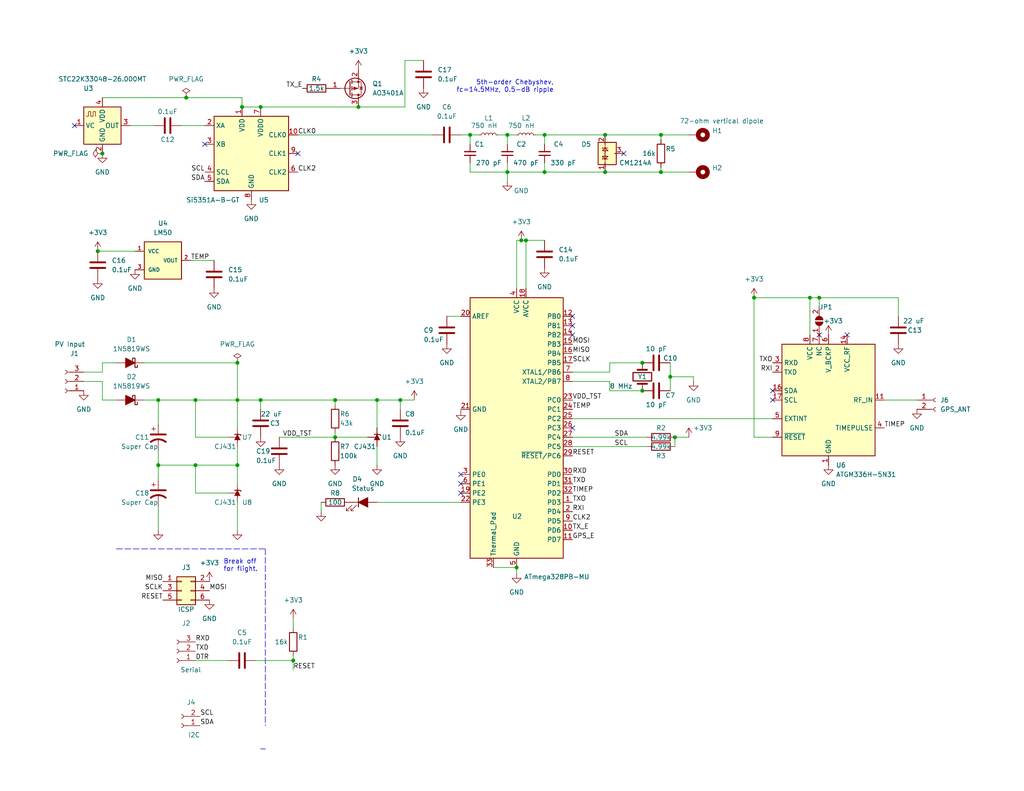
<source format=kicad_sch>
(kicad_sch (version 20211123) (generator eeschema)
  (paper "USLetter")
  (title_block (title "Balloon Beacon") (date "2022-01-03") (rev "0.1") (company "Walla Walla University") (comment 1 "After K1FM and ZachTek WSPR-TX Pico") (comment 2 "Use GemeniWSPR") (comment 3 "https://github.com/adecarolis/GeminiWspr/tree/master/board_config_files"))
  (lib_symbols
    (symbol "Connector:Conn_01x02_Female" (pin_names (offset 1.016) hide)
      (property "Reference" "J" (at 0 2.54 0))
      (property "Value" "Conn_01x02_Female" (at 0 -5.08 0))
      (symbol "Conn_01x02_Female_1_1"
        (pin passive line (at -5.08 0 0) (length 3.81) (name "Pin_1") (number "1"))
        (pin passive line (at -5.08 -2.54 0) (length 3.81) (name "Pin_2") (number "2"))
      )
    )
    (symbol "Connector:Conn_01x03_Female" (pin_names (offset 1.016) hide)
      (property "Reference" "J" (at 0 5.08 0))
      (property "Value" "Conn_01x03_Female" (at 0 -5.08 0))
      (symbol "Conn_01x03_Female_1_1"
        (pin passive line (at -5.08 2.54 0) (length 3.81) (name "Pin_1") (number "1"))
        (pin passive line (at -5.08 0 0) (length 3.81) (name "Pin_2") (number "2"))
        (pin passive line (at -5.08 -2.54 0) (length 3.81) (name "Pin_3") (number "3"))
      )
    )
    (symbol "Connector_Generic:Conn_02x03_Odd_Even" (pin_names (offset 1.016) hide)
      (property "Reference" "J" (at 1.27 5.08 0))
      (property "Value" "Conn_02x03_Odd_Even" (at 1.27 -5.08 0))
      (symbol "Conn_02x03_Odd_Even_1_1"
        (pin passive line (at -5.08 2.54 0) (length 3.81) (name "Pin_1") (number "1"))
        (pin passive line (at 7.62 2.54 180) (length 3.81) (name "Pin_2") (number "2"))
        (pin passive line (at -5.08 0 0) (length 3.81) (name "Pin_3") (number "3"))
        (pin passive line (at 7.62 0 180) (length 3.81) (name "Pin_4") (number "4"))
        (pin passive line (at -5.08 -2.54 0) (length 3.81) (name "Pin_5") (number "5"))
        (pin passive line (at 7.62 -2.54 180) (length 3.81) (name "Pin_6") (number "6"))
      )
    )
    (symbol "Device:C" (pin_numbers hide) (pin_names (offset 0.254))
      (property "Reference" "C" (at 0.635 2.54 0))
      (property "Value" "C" (at 0.635 -2.54 0))
      (symbol "C_1_1"
        (pin passive line (at 0 3.81 270) (length 2.794) (name "~") (number "1"))
        (pin passive line (at 0 -3.81 90) (length 2.794) (name "~") (number "2"))
      )
    )
    (symbol "Device:C_Polarized_US" (pin_numbers hide) (pin_names (offset 0.254) hide)
      (property "Reference" "C" (at 0.635 2.54 0))
      (property "Value" "C_Polarized_US" (at 0.635 -2.54 0))
      (symbol "C_Polarized_US_1_1"
        (pin passive line (at 0 3.81 270) (length 2.794) (name "~") (number "1"))
        (pin passive line (at 0 -3.81 90) (length 3.302) (name "~") (number "2"))
      )
    )
    (symbol "Device:C_Small" (pin_numbers hide) (pin_names (offset 0.254) hide)
      (property "Reference" "C" (at 0.254 1.778 0))
      (property "Value" "C_Small" (at 0.254 -2.032 0))
      (symbol "C_Small_1_1"
        (pin passive line (at 0 2.54 270) (length 2.032) (name "~") (number "1"))
        (pin passive line (at 0 -2.54 90) (length 2.032) (name "~") (number "2"))
      )
    )
    (symbol "Device:Crystal" (pin_numbers hide) (pin_names (offset 1.016) hide)
      (property "Reference" "Y" (at 0 3.81 0))
      (property "Value" "Crystal" (at 0 -3.81 0))
      (symbol "Crystal_1_1"
        (pin passive line (at -3.81 0 0) (length 1.27) (name "1") (number "1"))
        (pin passive line (at 3.81 0 180) (length 1.27) (name "2") (number "2"))
      )
    )
    (symbol "Device:D_Schottky_Filled" (pin_numbers hide) (pin_names (offset 1.016) hide)
      (property "Reference" "D" (at 0 2.54 0))
      (property "Value" "D_Schottky_Filled" (at 0 -2.54 0))
      (symbol "D_Schottky_Filled_1_1"
        (pin passive line (at -3.81 0 0) (length 2.54) (name "K") (number "1"))
        (pin passive line (at 3.81 0 180) (length 2.54) (name "A") (number "2"))
      )
    )
    (symbol "Device:LED_Filled" (pin_numbers hide) (pin_names (offset 1.016) hide)
      (property "Reference" "D" (at 0 2.54 0))
      (property "Value" "LED_Filled" (at 0 -2.54 0))
      (symbol "LED_Filled_1_1"
        (pin passive line (at -3.81 0 0) (length 2.54) (name "K") (number "1"))
        (pin passive line (at 3.81 0 180) (length 2.54) (name "A") (number "2"))
      )
    )
    (symbol "Device:L_Small" (pin_numbers hide) (pin_names (offset 0.254) hide)
      (property "Reference" "L" (at 0.762 1.016 0))
      (property "Value" "L_Small" (at 0.762 -1.016 0))
      (symbol "L_Small_1_1"
        (pin passive line (at 0 2.54 270) (length 0.508) (name "~") (number "1"))
        (pin passive line (at 0 -2.54 90) (length 0.508) (name "~") (number "2"))
      )
    )
    (symbol "Device:Q_PMOS_GSD" (pin_names (offset 0) hide)
      (property "Reference" "Q" (at 5.08 1.27 0))
      (property "Value" "Q_PMOS_GSD" (at 5.08 -1.27 0))
      (symbol "Q_PMOS_GSD_1_1"
        (pin input line (at -5.08 0 0) (length 2.54) (name "G") (number "1"))
        (pin passive line (at 2.54 -5.08 90) (length 2.54) (name "S") (number "2"))
        (pin passive line (at 2.54 5.08 270) (length 2.54) (name "D") (number "3"))
      )
    )
    (symbol "Device:R" (pin_numbers hide) (pin_names (offset 0))
      (property "Reference" "R" (at 2.032 0 90))
      (property "Value" "R" (at 0 0 90))
      (symbol "R_1_1"
        (pin passive line (at 0 3.81 270) (length 1.27) (name "~") (number "1"))
        (pin passive line (at 0 -3.81 90) (length 1.27) (name "~") (number "2"))
      )
    )
    (symbol "Jumper:SolderJumper_2_Open" (pin_names (offset 0) hide)
      (property "Reference" "JP" (at 0 2.032 0))
      (property "Value" "SolderJumper_2_Open" (at 0 -2.54 0))
      (symbol "SolderJumper_2_Open_1_1"
        (pin passive line (at -3.81 0 0) (length 2.54) (name "A") (number "1"))
        (pin passive line (at 3.81 0 180) (length 2.54) (name "B") (number "2"))
      )
    )
    (symbol "MCU_Microchip_ATmega:ATmega328PB-A"
      (property "Reference" "U2" (at 2.0194 -38.1 0))
      (property "Value" "ATmega328PB-MU" (at 2.0194 -40.64 0))
      (symbol "ATmega328PB-A_1_1"
        (pin bidirectional line (at 15.24 -20.32 180) (length 2.54) (name "PD3") (number "1"))
        (pin bidirectional line (at 15.24 -27.94 180) (length 2.54) (name "PD6") (number "10"))
        (pin bidirectional line (at 15.24 -30.48 180) (length 2.54) (name "PD7") (number "11"))
        (pin bidirectional line (at 15.24 30.48 180) (length 2.54) (name "PB0") (number "12"))
        (pin bidirectional line (at 15.24 27.94 180) (length 2.54) (name "PB1") (number "13"))
        (pin bidirectional line (at 15.24 25.4 180) (length 2.54) (name "PB2") (number "14"))
        (pin bidirectional line (at 15.24 22.86 180) (length 2.54) (name "PB3") (number "15"))
        (pin bidirectional line (at 15.24 20.32 180) (length 2.54) (name "PB4") (number "16"))
        (pin bidirectional line (at 15.24 17.78 180) (length 2.54) (name "PB5") (number "17"))
        (pin power_in line (at 2.54 38.1 270) (length 2.54) (name "AVCC") (number "18"))
        (pin bidirectional line (at -15.24 -17.78 0) (length 2.54) (name "PE2") (number "19"))
        (pin bidirectional line (at 15.24 -22.86 180) (length 2.54) (name "PD4") (number "2"))
        (pin passive line (at -15.24 30.48 0) (length 2.54) (name "AREF") (number "20"))
        (pin input line (at -15.24 5.08 0) (length 2.54) (name "GND") (number "21"))
        (pin passive line (at 0 -38.1 90) (length 2.54) hide (name "GND") (number "21"))
        (pin bidirectional line (at -15.24 -20.32 0) (length 2.54) (name "PE3") (number "22"))
        (pin bidirectional line (at 15.24 7.62 180) (length 2.54) (name "PC0") (number "23"))
        (pin bidirectional line (at 15.24 5.08 180) (length 2.54) (name "PC1") (number "24"))
        (pin bidirectional line (at 15.24 2.54 180) (length 2.54) (name "PC2") (number "25"))
        (pin bidirectional line (at 15.24 0 180) (length 2.54) (name "PC3") (number "26"))
        (pin bidirectional line (at 15.24 -2.54 180) (length 2.54) (name "PC4") (number "27"))
        (pin bidirectional line (at 15.24 -5.08 180) (length 2.54) (name "PC5") (number "28"))
        (pin bidirectional line (at 15.24 -7.62 180) (length 2.54) (name "~{RESET}/PC6") (number "29"))
        (pin bidirectional line (at -15.24 -12.7 0) (length 2.54) (name "PE0") (number "3"))
        (pin bidirectional line (at 15.24 -12.7 180) (length 2.54) (name "PD0") (number "30"))
        (pin bidirectional line (at 15.24 -15.24 180) (length 2.54) (name "PD1") (number "31"))
        (pin bidirectional line (at 15.24 -17.78 180) (length 2.54) (name "PD2") (number "32"))
        (pin passive line (at -6.35 -38.1 90) (length 2.54) (name "Thermal_Pad") (number "33"))
        (pin power_in line (at 0 38.1 270) (length 2.54) (name "VCC") (number "4"))
        (pin power_in line (at 0 -38.1 90) (length 2.54) (name "GND") (number "5"))
        (pin bidirectional line (at -15.24 -15.24 0) (length 2.54) (name "PE1") (number "6"))
        (pin bidirectional line (at 15.24 15.24 180) (length 2.54) (name "XTAL1/PB6") (number "7"))
        (pin bidirectional line (at 15.24 12.7 180) (length 2.54) (name "XTAL2/PB7") (number "8"))
        (pin bidirectional line (at 15.24 -25.4 180) (length 2.54) (name "PD5") (number "9"))
      )
    )
    (symbol "Mechanical:MountingHole_Pad" (pin_numbers hide) (pin_names hide)
      (property "Reference" "H" (at 0 6.35 0))
      (property "Value" "MountingHole_Pad" (at 0 4.445 0))
      (symbol "MountingHole_Pad_1_1"
        (pin input line (at 0 -2.54 90) (length 2.54) (name "1") (number "1"))
      )
    )
    (symbol "Oscillator:FT5HV"
      (property "Reference" "U" (at 5.08 11.43 0))
      (property "Value" "FT5HV" (at 6.35 8.89 0))
      (symbol "FT5HV_1_1"
        (pin input line (at -7.62 0 0) (length 2.54) (name "VC") (number "1"))
        (pin power_in line (at 0 -7.62 90) (length 2.54) (name "GND") (number "2"))
        (pin output line (at 7.62 0 180) (length 2.54) (name "OUT") (number "3"))
        (pin power_in line (at 0 7.62 270) (length 2.54) (name "VDD") (number "4"))
      )
    )
    (symbol "Oscillator:Si5351A-B-GT"
      (property "Reference" "U" (at -8.89 11.43 0))
      (property "Value" "Si5351A-B-GT" (at -12.7 -12.7 0))
      (symbol "Si5351A-B-GT_1_1"
        (pin power_in line (at -2.54 12.7 270) (length 2.54) (name "VDD") (number "1"))
        (pin output line (at 12.7 5.08 180) (length 2.54) (name "CLK0") (number "10"))
        (pin input line (at -12.7 7.62 0) (length 2.54) (name "XA") (number "2"))
        (pin input line (at -12.7 2.54 0) (length 2.54) (name "XB") (number "3"))
        (pin input line (at -12.7 -5.08 0) (length 2.54) (name "SCL") (number "4"))
        (pin bidirectional line (at -12.7 -7.62 0) (length 2.54) (name "SDA") (number "5"))
        (pin output line (at 12.7 -5.08 180) (length 2.54) (name "CLK2") (number "6"))
        (pin power_in line (at 2.54 12.7 270) (length 2.54) (name "VDDO") (number "7"))
        (pin power_in line (at 0 -12.7 90) (length 2.54) (name "GND") (number "8"))
        (pin output line (at 12.7 0 180) (length 2.54) (name "CLK1") (number "9"))
      )
    )
    (symbol "Power_Protection:CM1213A-01SO" (pin_names hide)
      (property "Reference" "D?" (at -3.81 0.9526 90))
      (property "Value" "CM1214A" (at -3.81 -1.5874 90))
      (symbol "CM1213A-01SO_1_1"
        (pin passive line (at -5.08 0 0) (length 2.54) (name "VP") (number "1"))
        (pin passive line (at 5.08 0 180) (length 2.54) (name "VN") (number "2"))
        (pin passive line (at 0 -5.08 90) (length 2.54) (name "CH1") (number "3"))
      )
    )
    (symbol "Reference_Voltage:TL431DBZ" (pin_numbers hide) (pin_names hide)
      (property "Reference" "U" (at -2.54 2.54 0))
      (property "Value" "TL431DBZ" (at 0 -2.54 0))
      (symbol "TL431DBZ_1_1"
        (pin passive line (at 2.54 0 180) (length 2.54) (name "K") (number "1"))
        (pin passive line (at 0 2.54 270) (length 2.54) (name "REF") (number "2"))
        (pin passive line (at -2.54 0 0) (length 2.54) (name "A") (number "3"))
      )
    )
    (symbol "TMP36:TMP36" (pin_names (offset 1.016))
      (property "Reference" "U" (at -5.08 5.588 0))
      (property "Value" "TMP36" (at -5.08 -7.366 0))
      (symbol "TMP36_0_0"
        (pin bidirectional line (at -7.62 2.54 0) (length 2.54) (name "VCC") (number "1"))
        (pin bidirectional line (at 7.62 0 180) (length 2.54) (name "VOUT") (number "2"))
        (pin bidirectional line (at -7.62 -2.54 0) (length 2.54) (name "GND") (number "3"))
      )
    )
    (symbol "atgm336h-5n31:ATGM336H-5N31"
      (property "Reference" "U6" (at 2.0194 -17.78 0))
      (property "Value" "ATGM336H-5N31" (at 2.0194 -20.32 0))
      (symbol "ATGM336H-5N31_1_1"
        (pin power_in line (at 0 -17.78 90) (length 2.54) (name "GND") (number "1"))
        (pin passive line (at 0 -17.78 90) (length 2.54) hide (name "GND") (number "10"))
        (pin input line (at 15.24 0 180) (length 2.54) (name "RF_IN") (number "11"))
        (pin passive line (at 0 -17.78 90) (length 2.54) hide (name "GND") (number "12"))
        (pin no_connect line (at 15.24 5.08 180) (length 2.54) hide (name "NC") (number "13"))
        (pin power_out line (at 5.08 17.78 270) (length 2.54) (name "VCC_RF") (number "14"))
        (pin no_connect line (at 12.7 -5.08 180) (length 2.54) hide (name "Reserved") (number "15"))
        (pin bidirectional line (at -15.24 2.54 0) (length 2.54) (name "SDA") (number "16"))
        (pin input line (at -15.24 0 0) (length 2.54) (name "SCL") (number "17"))
        (pin no_connect line (at -15.24 -7.62 0) (length 2.54) hide (name "Reserved") (number "18"))
        (pin output line (at -15.24 7.62 0) (length 2.54) (name "TXD") (number "2"))
        (pin input line (at -15.24 10.16 0) (length 2.54) (name "RXD") (number "3"))
        (pin output line (at 15.24 -7.62 180) (length 2.54) (name "TIMEPULSE") (number "4"))
        (pin input line (at -15.24 -5.08 0) (length 2.54) (name "EXTINT") (number "5"))
        (pin power_in line (at 0 17.78 270) (length 2.54) (name "V_BCKP") (number "6"))
        (pin no_connect line (at -2.54 17.78 270) (length 2.54) (name "NC") (number "7"))
        (pin power_in line (at -5.08 17.78 270) (length 2.54) (name "VCC") (number "8"))
        (pin input line (at -15.24 -10.16 0) (length 2.54) (name "~{RESET}") (number "9"))
      )
    )
    (symbol "power:+3.3V" (power) (pin_names (offset 0))
      (property "Value" "+3.3V" (at 0 3.556 0))
      (symbol "+3.3V_1_1"
        (pin power_in line (at 0 0 90) (length 0) hide (name "+3V3") (number "1"))
      )
    )
    (symbol "power:GND" (power) (pin_names (offset 0))
      (property "Value" "GND" (at 0 -3.81 0))
      (symbol "GND_1_1"
        (pin power_in line (at 0 0 270) (length 0) hide (name "GND") (number "1"))
      )
    )
    (symbol "power:PWR_FLAG" (power) (pin_numbers hide) (pin_names (offset 0) hide)
      (property "Value" "PWR_FLAG" (at 0 3.81 0))
      (symbol "PWR_FLAG_0_0"
        (pin power_out line (at 0 0 90) (length 0) (name "pwr") (number "1"))
      )
    )
  )
  (junction (at 109.22 109.22))
  (junction (at 64.77 127))
  (junction (at 180.34 46.99))
  (junction (at 43.18 109.22))
  (junction (at 71.12 29.21))
  (junction (at 91.44 109.22))
  (junction (at 175.26 106.68))
  (junction (at 128.27 36.83))
  (junction (at 143.51 65.6277))
  (junction (at 43.18 127))
  (junction (at 64.77 109.22))
  (junction (at 50.8 26.67))
  (junction (at 205.74 81.28))
  (junction (at 182.88 102.87))
  (junction (at 71.12 109.22))
  (junction (at 66.04 29.21))
  (junction (at 165.1 36.83))
  (junction (at 142.24 65.6277))
  (junction (at 53.34 109.22))
  (junction (at 26.67 68.58))
  (junction (at 148.59 46.99))
  (junction (at 64.77 99.06))
  (junction (at 223.52 81.28))
  (junction (at 80.01 180.34))
  (junction (at 27.94 41.91))
  (junction (at 138.43 46.99))
  (junction (at 184.15 119.38))
  (junction (at 102.87 109.22))
  (junction (at 180.34 36.83))
  (junction (at 138.43 36.83))
  (junction (at 91.44 119.38))
  (junction (at 53.34 127))
  (junction (at 97.79 29.21))
  (junction (at 220.98 81.28))
  (junction (at 175.26 99.06))
  (junction (at 148.59 36.83))
  (junction (at 165.1 46.99))
  (junction (at 140.97 154.94))
  (no_connect (at 231.14 91.44))
  (no_connect (at 81.28 41.91))
  (no_connect (at 55.88 39.37))
  (no_connect (at 223.52 91.44))
  (no_connect (at 170.18 41.91))
  (no_connect (at 20.32 34.29))
  (no_connect (at 125.73 129.54))
  (no_connect (at 125.73 132.08))
  (no_connect (at 210.82 106.68))
  (no_connect (at 210.82 109.22))
  (no_connect (at 156.21 86.36))
  (no_connect (at 156.21 88.9))
  (no_connect (at 156.21 91.44))
  (no_connect (at 156.21 116.84))
  (no_connect (at 125.73 134.62))
  (wire (pts (xy 66.04 29.21) (xy 71.12 29.21)))
  (wire (pts (xy 109.22 111.76) (xy 109.22 109.22)))
  (wire (pts (xy 53.34 119.38) (xy 62.23 119.38)))
  (wire (pts (xy 53.34 109.22) (xy 53.34 119.38)))
  (wire (pts (xy 26.67 68.58) (xy 36.83 68.58)))
  (wire (pts (xy 245.11 81.28) (xy 245.11 86.36)))
  (wire (pts (xy 189.23 104.14) (xy 189.23 102.87)))
  (wire (pts (xy 143.51 65.6277) (xy 143.51 78.74)))
  (polyline (pts (xy 31.75 149.86) (xy 72.39 149.86)))
  (wire (pts (xy 166.37 101.6) (xy 156.21 101.6)))
  (wire (pts (xy 220.98 81.28) (xy 223.52 81.28)))
  (wire (pts (xy 241.3 109.22) (xy 250.19 109.22)))
  (wire (pts (xy 128.27 44.45) (xy 128.27 46.99)))
  (wire (pts (xy 189.23 102.87) (xy 182.88 102.87)))
  (wire (pts (xy 64.77 121.92) (xy 64.77 127)))
  (wire (pts (xy 138.43 46.99) (xy 148.59 46.99)))
  (wire (pts (xy 64.77 109.22) (xy 71.12 109.22)))
  (wire (pts (xy 220.98 91.44) (xy 220.98 81.28)))
  (wire (pts (xy 53.34 127) (xy 64.77 127)))
  (wire (pts (xy 71.12 29.21) (xy 97.79 29.21)))
  (wire (pts (xy 156.21 114.3) (xy 210.82 114.3)))
  (wire (pts (xy 148.59 44.45) (xy 148.59 46.99)))
  (wire (pts (xy 49.53 34.29) (xy 55.88 34.29)))
  (wire (pts (xy 91.44 109.22) (xy 91.44 110.49)))
  (wire (pts (xy 138.43 44.45) (xy 138.43 46.99)))
  (wire (pts (xy 180.34 45.72) (xy 180.34 46.99)))
  (wire (pts (xy 146.05 36.83) (xy 148.59 36.83)))
  (wire (pts (xy 43.18 144.78) (xy 43.18 138.43)))
  (wire (pts (xy 69.85 180.34) (xy 80.01 180.34)))
  (wire (pts (xy 134.62 154.94) (xy 140.97 154.94)))
  (wire (pts (xy 91.44 109.22) (xy 102.87 109.22)))
  (wire (pts (xy 52.07 71.12) (xy 58.42 71.12)))
  (wire (pts (xy 62.23 134.62) (xy 53.34 134.62)))
  (wire (pts (xy 66.04 26.67) (xy 66.04 29.21)))
  (wire (pts (xy 64.77 109.22) (xy 64.77 116.84)))
  (wire (pts (xy 91.44 118.11) (xy 91.44 119.38)))
  (wire (pts (xy 64.77 99.06) (xy 64.77 109.22)))
  (wire (pts (xy 53.34 134.62) (xy 53.34 127)))
  (wire (pts (xy 223.52 81.28) (xy 223.52 83.82)))
  (wire (pts (xy 180.34 36.83) (xy 187.96 36.83)))
  (wire (pts (xy 22.86 104.14) (xy 27.94 104.14)))
  (wire (pts (xy 166.37 99.06) (xy 166.37 101.6)))
  (wire (pts (xy 148.59 36.83) (xy 148.59 39.37)))
  (wire (pts (xy 223.52 81.28) (xy 245.11 81.28)))
  (wire (pts (xy 53.34 109.22) (xy 64.77 109.22)))
  (wire (pts (xy 175.26 99.06) (xy 166.37 99.06)))
  (wire (pts (xy 102.87 109.22) (xy 102.87 116.84)))
  (wire (pts (xy 43.18 127) (xy 53.34 127)))
  (wire (pts (xy 39.37 99.06) (xy 64.77 99.06)))
  (wire (pts (xy 165.1 36.83) (xy 180.34 36.83)))
  (wire (pts (xy 180.34 46.99) (xy 187.96 46.99)))
  (wire (pts (xy 128.27 36.83) (xy 128.27 39.37)))
  (wire (pts (xy 143.51 65.6277) (xy 148.59 65.6277)))
  (wire (pts (xy 71.12 111.76) (xy 71.12 109.22)))
  (wire (pts (xy 102.87 137.16) (xy 125.73 137.16)))
  (wire (pts (xy 128.27 46.99) (xy 138.43 46.99)))
  (wire (pts (xy 43.18 127) (xy 43.18 130.81)))
  (wire (pts (xy 140.97 65.6277) (xy 142.24 65.6277)))
  (wire (pts (xy 53.34 180.34) (xy 62.23 180.34)))
  (wire (pts (xy 109.22 109.22) (xy 113.03 109.22)))
  (wire (pts (xy 166.37 106.68) (xy 175.26 106.68)))
  (wire (pts (xy 80.01 168.91) (xy 80.01 171.45)))
  (wire (pts (xy 64.77 127) (xy 64.77 132.08)))
  (wire (pts (xy 110.49 29.21) (xy 97.79 29.21)))
  (polyline (pts (xy 71.12 204.47) (xy 72.39 204.47)))
  (wire (pts (xy 205.74 119.38) (xy 205.74 81.28)))
  (wire (pts (xy 27.94 101.6) (xy 27.94 99.06)))
  (wire (pts (xy 102.87 109.22) (xy 109.22 109.22)))
  (wire (pts (xy 125.73 36.83) (xy 128.27 36.83)))
  (wire (pts (xy 87.63 137.16) (xy 87.63 139.7)))
  (wire (pts (xy 121.92 86.36) (xy 125.73 86.36)))
  (wire (pts (xy 76.2 119.38) (xy 91.44 119.38)))
  (wire (pts (xy 27.94 109.22) (xy 31.75 109.22)))
  (wire (pts (xy 156.21 119.38) (xy 176.53 119.38)))
  (wire (pts (xy 102.87 121.92) (xy 102.87 127)))
  (wire (pts (xy 22.86 101.6) (xy 27.94 101.6)))
  (wire (pts (xy 71.12 109.22) (xy 91.44 109.22)))
  (wire (pts (xy 27.94 26.67) (xy 50.8 26.67)))
  (wire (pts (xy 140.97 156.6223) (xy 140.97 154.94)))
  (wire (pts (xy 138.43 36.83) (xy 138.43 39.37)))
  (wire (pts (xy 43.18 109.22) (xy 53.34 109.22)))
  (wire (pts (xy 35.56 34.29) (xy 41.91 34.29)))
  (wire (pts (xy 138.43 36.83) (xy 140.97 36.83)))
  (wire (pts (xy 148.59 46.99) (xy 165.1 46.99)))
  (wire (pts (xy 125.73 111.76) (xy 125.73 112.1723)))
  (wire (pts (xy 180.34 36.83) (xy 180.34 38.1)))
  (wire (pts (xy 27.94 104.14) (xy 27.94 109.22)))
  (wire (pts (xy 182.88 99.06) (xy 182.88 102.87)))
  (wire (pts (xy 210.82 119.38) (xy 205.74 119.38)))
  (wire (pts (xy 64.77 137.16) (xy 64.77 144.78)))
  (wire (pts (xy 27.94 99.06) (xy 31.75 99.06)))
  (polyline (pts (xy 72.39 149.86) (xy 72.39 198.12)))
  (wire (pts (xy 91.44 119.38) (xy 100.33 119.38)))
  (wire (pts (xy 115.57 16.51) (xy 110.49 16.51)))
  (wire (pts (xy 135.89 36.83) (xy 138.43 36.83)))
  (wire (pts (xy 205.74 81.28) (xy 220.98 81.28)))
  (wire (pts (xy 50.8 26.67) (xy 66.04 26.67)))
  (wire (pts (xy 156.21 121.92) (xy 176.53 121.92)))
  (wire (pts (xy 43.18 123.19) (xy 43.18 127)))
  (wire (pts (xy 184.15 119.38) (xy 184.15 121.92)))
  (wire (pts (xy 156.21 104.14) (xy 166.37 104.14)))
  (wire (pts (xy 148.59 36.83) (xy 165.1 36.83)))
  (wire (pts (xy 80.01 179.07) (xy 80.01 180.34)))
  (wire (pts (xy 165.1 46.99) (xy 180.34 46.99)))
  (wire (pts (xy 110.49 16.51) (xy 110.49 29.21)))
  (wire (pts (xy 138.43 46.99) (xy 138.43 49.53)))
  (wire (pts (xy 140.97 65.6277) (xy 140.97 78.74)))
  (wire (pts (xy 43.18 115.57) (xy 43.18 109.22)))
  (wire (pts (xy 128.27 36.83) (xy 130.81 36.83)))
  (wire (pts (xy 80.01 180.34) (xy 80.01 182.88)))
  (wire (pts (xy 142.24 65.6277) (xy 143.51 65.6277)))
  (wire (pts (xy 184.15 119.38) (xy 187.96 119.38)))
  (wire (pts (xy 81.28 36.83) (xy 118.11 36.83)))
  (wire (pts (xy 39.37 109.22) (xy 43.18 109.22)))
  (wire (pts (xy 166.37 104.14) (xy 166.37 106.68)))
  (wire (pts (xy 182.88 102.87) (xy 182.88 106.68)))
  (text "Break off \nfor flight." (at 60.96 156.21 0) (effects (font (size 1.27 1.27)) (justify left bottom)))
  (text "5th-order Chebyshev,\nfc=14.5MHz, 0.5-dB ripple" (at 151.13 25.4 180) (effects (font (size 1.27 1.27)) (justify right bottom)))
  (label "SCL" (at 167.64 121.92 0))
  (label "SDA" (at 54.61 198.12 0))
  (label "RESET" (at 44.45 163.83 180))
  (label "CLK2" (at 81.28 46.99 0))
  (label "TXD" (at 53.34 177.8 0))
  (label "CLK2" (at 156.21 142.24 0))
  (label "RESET" (at 156.21 124.46 0))
  (label "SDA" (at 55.88 49.53 180))
  (label "SCLK" (at 156.21 99.06 0))
  (label "VDD_TST" (at 156.21 109.22 0))
  (label "TIMEP" (at 156.21 134.62 0))
  (label "TXD" (at 156.21 132.08 0))
  (label "MOSI" (at 156.21 93.98 0))
  (label "MISO" (at 44.45 158.75 180))
  (label "SCL" (at 54.61 195.58 0))
  (label "SCLK" (at 44.45 161.29 180))
  (label "TEMP" (at 156.21 111.76 0))
  (label "TEMP" (at 52.07 71.12 0))
  (label "RXI" (at 156.21 139.7 0))
  (label "SDA" (at 167.64 119.38 0))
  (label "GPS_E" (at 156.21 147.32 0))
  (label "CLK0" (at 81.28 36.83 0))
  (label "TX_E" (at 82.55 24.13 180))
  (label "MOSI" (at 57.15 161.29 0))
  (label "RXD" (at 53.34 175.26 0))
  (label "TX_E" (at 156.21 144.78 0))
  (label "SCL" (at 55.88 46.99 180))
  (label "DTR" (at 53.34 180.34 0))
  (label "VDD_TST" (at 85.09 119.38 180))
  (label "TIMEP" (at 241.3 116.84 0))
  (label "RXD" (at 156.21 129.54 0))
  (label "RXI" (at 210.82 101.6 180))
  (label "RESET" (at 80.01 182.88 0))
  (label "TXO" (at 210.82 99.06 180))
  (label "TXO" (at 156.21 137.16 0))
  (label "MISO" (at 156.21 96.52 0))
  (symbol (lib_id "Reference_Voltage:TL431DBZ") (at 102.87 119.38 90) (unit 1)
    (property "Reference" "U1" (at 104.14 119.38 90) (effects (justify right)))
    (property "Value" "CJ431" (at 96.52 121.92 90) (effects (justify right)))
    (property "Footprint" "Package_TO_SOT_SMD:SOT-23" (effects hide))
    (property "Datasheet" "https://datasheet.lcsc.com/lcsc/1809140322_Changjiang-Electronics-Tech--CJ-CJ431--_C3113.pdf" (effects hide))
    (property "JLCPCB" "C3113" (effects hide))
  )
  (symbol (lib_id "Device:R") (at 180.34 119.38 90) (unit 1)
    (property "Reference" "R2" (at 180.34 116.84 90))
    (property "Value" "4.99k" (at 180.34 119.38 90))
    (property "Footprint" "Resistor_SMD:R_0603_1608Metric" (effects hide))
    (property "Datasheet" "https://datasheet.lcsc.com/lcsc/1811021212_UNI-ROYAL-Uniroyal-Elec-0603WAF4991T5E_C23046.pdf" (effects hide))
    (property "JLCPCB" "C23046" (effects hide))
  )
  (symbol (lib_id "Device:C") (at 115.57 20.32 0) (unit 1)
    (property "Reference" "C17" (at 119.38 19.0499 0) (effects (justify left)))
    (property "Value" "0.1uF" (at 119.38 21.5899 0) (effects (justify left)))
    (property "Footprint" "Capacitor_SMD:C_0402_1005Metric" (effects hide))
    (property "Datasheet" "https://datasheet.lcsc.com/lcsc/1810191219_Samsung-Electro-Mechanics-CL05B104KO5NNNC_C1525.pdf" (effects hide))
    (property "JLCPCB" "C1525" (effects hide))
  )
  (symbol (lib_id "power:+3.3V") (at 187.96 119.38 0) (unit 1)
    (property "Reference" "#PWR0102" (effects hide))
    (property "Value" "+3.3V" (at 191.77 116.84 0))
  )
  (symbol (lib_id "Device:R") (at 180.34 121.92 90) (unit 1)
    (property "Reference" "R3" (at 180.34 124.46 90))
    (property "Value" "4.99k" (at 180.34 121.92 90))
    (property "Footprint" "Resistor_SMD:R_0603_1608Metric" (effects hide))
    (property "Datasheet" "https://datasheet.lcsc.com/lcsc/1811021212_UNI-ROYAL-Uniroyal-Elec-0603WAF4991T5E_C23046.pdf" (effects hide))
    (property "JLCPCB" "C23046" (effects hide))
  )
  (symbol (lib_id "MCU_Microchip_ATmega:ATmega328PB-A") (at 140.97 116.84 0) (unit 1)
    (property "Reference" "U2" (at 139.7 140.97 0) (effects (justify left)))
    (property "Value" "ATmega328PB-MU" (at 142.9894 157.48 0) (effects (justify left)))
    (property "Footprint" "Package_DFN_QFN:QFN-32-1EP_5x5mm_P0.5mm_EP3.3x3.3mm" (effects hide))
    (property "Datasheet" "http://ww1.microchip.com/downloads/en/DeviceDoc/40001906C.pdf" (effects hide))
    (property "JLCPCB" "C967933" (effects hide))
  )
  (symbol (lib_id "Device:C") (at 76.2 123.19 0) (unit 1)
    (property "Reference" "C19" (at 69.85 123.19 0) (effects (justify left)))
    (property "Value" "0.1uF" (at 69.85 125.73 0) (effects (justify left)))
    (property "Footprint" "Capacitor_SMD:C_0402_1005Metric" (effects hide))
    (property "Datasheet" "https://datasheet.lcsc.com/lcsc/1810191219_Samsung-Electro-Mechanics-CL05B104KO5NNNC_C1525.pdf" (effects hide))
    (property "JLCPCB" "C1525" (effects hide))
  )
  (symbol (lib_id "power:GND") (at 58.42 78.74 0) (unit 1)
    (property "Reference" "#PWR04" (effects hide))
    (property "Value" "GND" (at 58.42 83.82 0))
  )
  (symbol (lib_id "power:GND") (at 245.11 93.98 0) (unit 1)
    (property "Reference" "#PWR0114" (effects hide))
    (property "Value" "GND" (at 245.11 99.06 0))
  )
  (symbol (lib_id "Device:C") (at 58.42 74.93 0) (unit 1)
    (property "Reference" "C15" (at 62.23 73.6599 0) (effects (justify left)))
    (property "Value" "0.1uF" (at 62.23 76.1999 0) (effects (justify left)))
    (property "Footprint" "Capacitor_SMD:C_0402_1005Metric" (effects hide))
    (property "Datasheet" "https://datasheet.lcsc.com/lcsc/1810191219_Samsung-Electro-Mechanics-CL05B104KO5NNNC_C1525.pdf" (effects hide))
    (property "JLCPCB" "C1525" (effects hide))
  )
  (symbol (lib_id "power:GND") (at 109.22 119.38 0) (unit 1)
    (property "Reference" "#PWR0106" (effects hide))
    (property "Value" "GND" (at 109.22 124.46 0))
  )
  (symbol (lib_id "power:PWR_FLAG") (at 64.77 99.06 0) (unit 1)
    (property "Reference" "#FLG0102" (effects hide))
    (property "Value" "PWR_FLAG" (at 64.77 93.98 0))
  )
  (symbol (lib_id "Connector:Conn_01x03_Female") (at 17.78 104.14 180) (unit 1)
    (property "Reference" "J1" (at 20.32 96.52 0))
    (property "Value" "PV Input" (at 19.05 93.98 0))
    (property "Footprint" "Connector_PinHeader_2.54mm:PinHeader_1x03_P2.54mm_Vertical" (effects hide))
  )
  (symbol (lib_id "power:GND") (at 27.94 41.91 0) (unit 1)
    (property "Reference" "#PWR0103" (effects hide))
    (property "Value" "GND" (at 27.94 46.99 0))
  )
  (symbol (lib_id "power:GND") (at 43.18 144.78 0) (unit 1)
    (property "Reference" "#PWR06" (effects hide))
    (property "Value" "GND" (effects hide))
  )
  (symbol (lib_id "Connector_Generic:Conn_02x03_Odd_Even") (at 49.53 161.29 0) (unit 1)
    (property "Reference" "J3" (at 50.8 154.94 0))
    (property "Value" "ICSP" (at 50.8 166.37 0))
    (property "Footprint" "Connector_PinHeader_2.54mm:PinHeader_2x03_P2.54mm_Vertical" (effects hide))
  )
  (symbol (lib_id "Device:L_Small") (at 133.35 36.83 90) (unit 1)
    (property "Reference" "L1" (at 133.35 32.2388 90))
    (property "Value" "750 nH" (at 132.08 34.29 90))
    (property "Footprint" "Inductor_SMD:L_1008_2520Metric" (effects hide))
    (property "Datasheet" "https://search.murata.co.jp/Ceramy/image/img/P02/JELF243A-0173.pdf" (effects hide))
    (property "Digikey" "https://www.digikey.com/en/products/detail/murata-electronics/LQW2UASR75J0CL/10135346" (effects hide))
  )
  (symbol (lib_id "power:GND") (at 148.59 73.2477 0) (unit 1)
    (property "Reference" "#PWR01" (effects hide))
    (property "Value" "GND" (at 148.59 78.3277 0))
  )
  (symbol (lib_id "Device:R") (at 86.36 24.13 90) (unit 1)
    (property "Reference" "R4" (at 86.36 21.59 90))
    (property "Value" "1.5k" (at 86.36 24.13 90))
    (property "Footprint" "Resistor_SMD:R_0603_1608Metric_Pad0.98x0.95mm_HandSolder" (effects hide))
    (property "Datasheet" "https://datasheet.lcsc.com/lcsc/1811021212_UNI-ROYAL-Uniroyal-Elec-0603WAF1501T5E_C22843.pdf" (effects hide))
    (property "JLCPCB" "C22843" (effects hide))
  )
  (symbol (lib_id "power:GND") (at 71.12 119.38 0) (unit 1)
    (property "Reference" "#PWR0107" (effects hide))
    (property "Value" "GND" (effects hide))
  )
  (symbol (lib_id "Device:Q_PMOS_GSD") (at 95.25 24.13 0) (mirror x) (unit 1)
    (property "Reference" "Q1" (at 101.6 22.8599 0) (effects (justify left)))
    (property "Value" "AO3401A" (at 101.6 25.3999 0) (effects (justify left)))
    (property "Footprint" "Package_TO_SOT_SMD:SOT-23" (effects hide))
    (property "Datasheet" "https://datasheet.lcsc.com/lcsc/1810171817_Alpha-&-Omega-Semicon-AO3401A_C15127.pdf" (effects hide))
    (property "JLCPCB" "C15127" (effects hide))
  )
  (symbol (lib_id "Device:L_Small") (at 143.51 36.83 90) (unit 1)
    (property "Reference" "L2" (at 143.51 32.2388 90))
    (property "Value" "750 nH" (at 142.24 34.29 90))
    (property "Footprint" "Inductor_SMD:L_1008_2520Metric" (effects hide))
    (property "Datasheet" "https://search.murata.co.jp/Ceramy/image/img/P02/JELF243A-0173.pdf" (effects hide))
    (property "Digikey" "https://www.digikey.com/en/products/detail/murata-electronics/LQW2UASR75J0CL/10135346" (effects hide))
  )
  (symbol (lib_id "Power_Protection:CM1213A-01SO") (at 165.1 41.91 90) (unit 1)
    (property "Reference" "D5" (at 161.29 39.37 90) (effects (justify left)))
    (property "Value" "CM1214A" (at 177.8 44.45 90) (effects (justify left)))
    (property "Footprint" "Package_TO_SOT_SMD:SOT-23" (effects hide))
    (property "Datasheet" "https://www.onsemi.com/pdf/datasheet/cm1214a-d.pdf" (effects hide))
  )
  (symbol (lib_id "Mechanical:MountingHole_Pad") (at 190.5 46.99 270) (unit 1)
    (property "Reference" "H2" (at 194.3101 45.8406 90) (effects (justify left)))
    (property "Value" "72-ohm vertical dipole" (effects hide))
    (property "Footprint" "Connector_PinHeader_2.54mm:PinHeader_1x01_P2.54mm_Vertical" (effects hide))
  )
  (symbol (lib_id "power:+3.3V") (at 26.67 68.58 0) (unit 1)
    (property "Reference" "#PWR0111" (effects hide))
    (property "Value" "+3.3V" (at 26.67 63.5 0))
  )
  (symbol (lib_id "TMP36:TMP36") (at 44.45 71.12 0) (unit 1)
    (property "Reference" "U4" (at 44.45 60.96 0))
    (property "Value" "LM50" (at 44.45 63.5 0))
    (property "Footprint" "Package_TO_SOT_SMD:SOT-23" (effects hide))
    (property "Datasheet" "https://datasheet.lcsc.com/lcsc/1912111437_Texas-Instruments-LM50CIM3-NOPB_C411880.pdf" (effects hide))
    (property "JLCPCB" "C411880" (effects hide))
  )
  (symbol (lib_id "power:PWR_FLAG") (at 50.8 26.67 0) (unit 1)
    (property "Reference" "#FLG0104" (effects hide))
    (property "Value" "PWR_FLAG" (at 50.8 21.59 0))
  )
  (symbol (lib_id "Device:C") (at 109.22 115.57 0) (unit 1)
    (property "Reference" "C8" (at 110.49 113.03 0) (effects (justify left)))
    (property "Value" "0.1uF" (at 110.49 118.11 0) (effects (justify left)))
    (property "Footprint" "Capacitor_SMD:C_0402_1005Metric" (effects hide))
    (property "Datasheet" "https://datasheet.lcsc.com/lcsc/1810191219_Samsung-Electro-Mechanics-CL05B104KO5NNNC_C1525.pdf" (effects hide))
    (property "JLCPCB" "C1525" (effects hide))
  )
  (symbol (lib_id "power:+3.3V") (at 142.24 65.6277 0) (unit 1)
    (property "Reference" "#PWR0116" (effects hide))
    (property "Value" "+3.3V" (at 142.24 60.5477 0))
  )
  (symbol (lib_id "power:+3.3V") (at 57.15 158.75 0) (unit 1)
    (property "Reference" "#PWR0123" (effects hide))
    (property "Value" "+3.3V" (at 57.15 153.67 0))
  )
  (symbol (lib_id "power:GND") (at 87.63 139.7 0) (unit 1)
    (property "Reference" "#PWR0126" (effects hide))
    (property "Value" "GND" (effects hide))
  )
  (symbol (lib_id "Device:C") (at 45.72 34.29 270) (unit 1)
    (property "Reference" "C12" (at 45.72 38.1 90))
    (property "Value" "0.1uF" (at 45.72 30.48 90))
    (property "Footprint" "Capacitor_SMD:C_0402_1005Metric" (effects hide))
    (property "Datasheet" "https://datasheet.lcsc.com/lcsc/1810191219_Samsung-Electro-Mechanics-CL05B104KO5NNNC_C1525.pdf" (effects hide))
    (property "JLCPCB" "C1525" (effects hide))
  )
  (symbol (lib_id "power:GND") (at 121.92 93.98 0) (unit 1)
    (property "Reference" "#PWR0120" (effects hide))
    (property "Value" "GND" (at 121.92 99.06 0))
  )
  (symbol (lib_id "Device:C") (at 66.04 180.34 90) (unit 1)
    (property "Reference" "C5" (at 66.04 172.72 90))
    (property "Value" "0.1uF" (at 66.04 175.26 90))
    (property "Footprint" "Capacitor_SMD:C_0402_1005Metric" (effects hide))
    (property "Datasheet" "https://datasheet.lcsc.com/lcsc/1810191219_Samsung-Electro-Mechanics-CL05B104KO5NNNC_C1525.pdf" (effects hide))
    (property "JLCPCB" "C1525" (effects hide))
  )
  (symbol (lib_id "power:GND") (at 22.86 106.68 0) (unit 1)
    (property "Reference" "#PWR0109" (effects hide))
    (property "Value" "GND" (at 22.86 111.76 0))
  )
  (symbol (lib_id "power:GND") (at 36.83 73.66 0) (unit 1)
    (property "Reference" "#PWR0122" (effects hide))
    (property "Value" "GND" (at 36.83 78.74 0))
  )
  (symbol (lib_id "Connector:Conn_01x03_Female") (at 48.26 177.8 180) (unit 1)
    (property "Reference" "J2" (at 50.8 170.18 0))
    (property "Value" "Serial" (at 52.07 182.88 0))
    (property "Footprint" "Connector_PinHeader_2.54mm:PinHeader_1x03_P2.54mm_Vertical" (effects hide))
  )
  (symbol (lib_id "power:GND") (at 64.77 144.78 0) (unit 1)
    (property "Reference" "#PWR0108" (effects hide))
    (property "Value" "GND" (effects hide))
  )
  (symbol (lib_id "Device:D_Schottky_Filled") (at 35.56 99.06 180) (unit 1)
    (property "Reference" "D1" (at 35.8775 92.71 0))
    (property "Value" "1N5819WS" (at 35.8775 95.25 0))
    (property "Footprint" "Diode_SMD:D_SOD-323" (effects hide))
    (property "Datasheet" "https://datasheet.lcsc.com/lcsc/1810202112_Guangdong-Hottech-1N5819WS_C191023.pdf" (effects hide))
    (property "JLCPCB" "C191023" (effects hide))
  )
  (symbol (lib_id "power:PWR_FLAG") (at 27.94 41.91 90) (unit 1)
    (property "Reference" "#FLG0101" (effects hide))
    (property "Value" "PWR_FLAG" (at 24.13 41.9099 90) (effects (justify left)))
  )
  (symbol (lib_id "Device:C") (at 179.07 99.06 90) (unit 1)
    (property "Reference" "C10" (at 182.88 97.79 90))
    (property "Value" "10 pF" (at 179.07 95.25 90))
    (property "Footprint" "Capacitor_SMD:C_0603_1608Metric" (effects hide))
    (property "Datasheet" "https://datasheet.lcsc.com/lcsc/1810261513_Samsung-Electro-Mechanics-CL10C100JB8NNNC_C1634.pdf" (effects hide))
    (property "JLCPCB" "C1634" (effects hide))
  )
  (symbol (lib_id "Jumper:SolderJumper_2_Open") (at 223.52 87.63 90) (unit 1)
    (property "Reference" "JP1" (at 223.52 83.82 90) (effects (justify right)))
    (property "Value" "SolderJumper_2_Open" (effects hide))
    (property "Footprint" "Jumper:SolderJumper-2_P1.3mm_Open_TrianglePad1.0x1.5mm" (effects hide))
  )
  (symbol (lib_id "Device:C_Small") (at 138.43 41.91 180) (unit 1)
    (property "Reference" "C2" (at 142.24 39.37 0))
    (property "Value" "470 pF " (at 143.51 44.45 0))
    (property "Footprint" "Capacitor_SMD:C_0603_1608Metric" (effects hide))
    (property "Datasheet" "https://datasheet.lcsc.com/lcsc/1810302011_FH-Guangdong-Fenghua-Advanced-Tech-0603B471K500NT_C1620.pdf" (effects hide))
    (property "JLCPCB" "C1620" (effects hide))
  )
  (symbol (lib_id "Device:C") (at 245.11 90.17 0) (unit 1)
    (property "Reference" "C13" (at 247.65 90.17 0) (effects (justify left)))
    (property "Value" "22 uF" (at 246.38 87.63 0) (effects (justify left)))
    (property "Footprint" "Capacitor_SMD:C_0603_1608Metric" (effects hide))
    (property "Datasheet" "https://datasheet.lcsc.com/lcsc/1810261812_Samsung-Electro-Mechanics-CL10A105KB8NNNC_C15849.pdf" (effects hide))
    (property "JLCPCB" "C59461" (effects hide))
  )
  (symbol (lib_id "Device:C") (at 179.07 106.68 90) (unit 1)
    (property "Reference" "C7" (at 182.88 107.95 90))
    (property "Value" "10 pF" (at 179.07 110.49 90))
    (property "Footprint" "Capacitor_SMD:C_0603_1608Metric" (effects hide))
    (property "Datasheet" "https://datasheet.lcsc.com/lcsc/1810261513_Samsung-Electro-Mechanics-CL10C100JB8NNNC_C1634.pdf" (effects hide))
    (property "JLCPCB" "C1634" (effects hide))
  )
  (symbol (lib_id "Device:C") (at 121.92 36.83 90) (unit 1)
    (property "Reference" "C6" (at 121.92 29.21 90))
    (property "Value" "0.1uF" (at 121.92 31.75 90))
    (property "Footprint" "Capacitor_SMD:C_0402_1005Metric" (effects hide))
    (property "Datasheet" "https://datasheet.lcsc.com/lcsc/1810191219_Samsung-Electro-Mechanics-CL05B104KO5NNNC_C1525.pdf" (effects hide))
    (property "JLCPCB" "C1525" (effects hide))
  )
  (symbol (lib_id "power:GND") (at 125.73 112.1723 0) (unit 1)
    (property "Reference" "#PWR0121" (effects hide))
    (property "Value" "GND" (at 125.73 117.2523 0))
  )
  (symbol (lib_id "Oscillator:Si5351A-B-GT") (at 68.58 41.91 0) (unit 1)
    (property "Reference" "U5" (at 70.5994 54.61 0) (effects (justify left)))
    (property "Value" "Si5351A-B-GT" (at 50.8 54.61 0) (effects (justify left)))
    (property "Footprint" "Package_SO:MSOP-10_3x3mm_P0.5mm" (effects hide))
    (property "Datasheet" "https://www.silabs.com/documents/public/data-sheets/Si5351-B.pdf" (effects hide))
    (property "JLCPCB" "C504891" (effects hide))
  )
  (symbol (lib_id "power:+3.3V") (at 205.74 81.28 0) (unit 1)
    (property "Reference" "#PWR09" (effects hide))
    (property "Value" "+3.3V" (at 205.74 76.2 0))
  )
  (symbol (lib_id "Device:R") (at 91.44 114.3 0) (unit 1)
    (property "Reference" "R6" (at 92.71 113.03 0) (effects (justify left)))
    (property "Value" "43k" (at 92.71 115.57 0) (effects (justify left)))
    (property "Footprint" "Resistor_SMD:R_0603_1608Metric" (effects hide))
    (property "Datasheet" "https://datasheet.lcsc.com/lcsc/2110252130_UNI-ROYAL-Uniroyal-Elec-0603WAF4302T5E_C23172.pdf" (effects hide))
    (property "JLCPCB" "C23172" (effects hide))
  )
  (symbol (lib_id "power:GND") (at 115.57 24.13 0) (unit 1)
    (property "Reference" "#PWR02" (effects hide))
    (property "Value" "GND" (at 115.57 29.21 0))
  )
  (symbol (lib_id "power:+3.3V") (at 80.01 168.91 0) (unit 1)
    (property "Reference" "#PWR0125" (effects hide))
    (property "Value" "+3.3V" (at 80.01 163.83 0))
  )
  (symbol (lib_id "power:GND") (at 76.2 127 0) (unit 1)
    (property "Reference" "#PWR08" (effects hide))
    (property "Value" "GND" (at 76.2 132.08 0))
  )
  (symbol (lib_id "power:+3.3V") (at 97.79 19.05 0) (unit 1)
    (property "Reference" "#PWR0112" (effects hide))
    (property "Value" "+3.3V" (at 97.79 13.97 0))
  )
  (symbol (lib_id "power:GND") (at 91.44 127 0) (unit 1)
    (property "Reference" "#PWR0131" (effects hide))
    (property "Value" "GND" (at 91.44 132.08 0))
  )
  (symbol (lib_id "power:GND") (at 26.67 76.2 0) (unit 1)
    (property "Reference" "#PWR03" (effects hide))
    (property "Value" "GND" (at 26.67 81.28 0))
  )
  (symbol (lib_id "Device:C") (at 26.67 72.39 0) (unit 1)
    (property "Reference" "C16" (at 30.48 71.1199 0) (effects (justify left)))
    (property "Value" "0.1uF" (at 30.48 73.6599 0) (effects (justify left)))
    (property "Footprint" "Capacitor_SMD:C_0402_1005Metric" (effects hide))
    (property "Datasheet" "https://datasheet.lcsc.com/lcsc/1810191219_Samsung-Electro-Mechanics-CL05B104KO5NNNC_C1525.pdf" (effects hide))
    (property "JLCPCB" "C1525" (effects hide))
  )
  (symbol (lib_id "power:GND") (at 250.19 111.76 0) (unit 1)
    (property "Reference" "#PWR0110" (effects hide))
    (property "Value" "GND" (at 250.19 116.84 0))
  )
  (symbol (lib_id "Mechanical:MountingHole_Pad") (at 190.5 36.83 270) (unit 1)
    (property "Reference" "H1" (at 194.3101 35.6806 90) (effects (justify left)))
    (property "Value" "72-ohm vertical dipole" (at 185.42 33.02 90) (effects (justify left)))
    (property "Footprint" "Connector_PinHeader_2.54mm:PinHeader_1x01_P2.54mm_Vertical" (effects hide))
  )
  (symbol (lib_id "Device:Crystal") (at 175.26 102.87 90) (unit 1)
    (property "Reference" "Y1" (at 173.99 102.87 90) (effects (justify right)))
    (property "Value" "8 MHz" (at 166.37 105.41 90) (effects (justify right)))
    (property "Footprint" "Crystal:Crystal_SMD_5032-2Pin_5.0x3.2mm" (effects hide))
    (property "Datasheet" "https://www.hongkongcrystal.com/wp-content/uploads/images/cataloguePDF/CE_hkc.pdf" (effects hide))
    (property "Digikey" "5032S20800BMDAEDENA-CT" (effects hide))
  )
  (symbol (lib_id "atgm336h-5n31:ATGM336H-5N31") (at 226.06 109.22 0) (unit 1)
    (property "Reference" "U6" (at 228.0794 127 0) (effects (justify left)))
    (property "Value" "ATGM336H-5N31" (at 228.0794 129.54 0) (effects (justify left)))
    (property "Footprint" "RF_GPS:ublox_MAX" (effects hide))
    (property "Datasheet" "https://www.u-blox.com/sites/default/files/MAX-8_DataSheet_%28UBX-16000093%29.pdf" (effects hide))
  )
  (symbol (lib_id "Device:LED_Filled") (at 99.06 137.16 0) (unit 1)
    (property "Reference" "D4" (at 97.4725 130.81 0))
    (property "Value" "Status" (at 99.06 133.35 0))
    (property "Footprint" "LED_SMD:LED_0805_2012Metric" (effects hide))
    (property "Datasheet" "https://datasheet.lcsc.com/lcsc/1806130620_Hubei-KENTO-Elec-C2293_C2293.pdf" (effects hide))
    (property "JLCPCB" "C2293" (effects hide))
  )
  (symbol (lib_id "Device:D_Schottky_Filled") (at 35.56 109.22 180) (unit 1)
    (property "Reference" "D2" (at 35.8775 102.87 0))
    (property "Value" "1N5819WS" (at 35.8775 105.41 0))
    (property "Footprint" "Diode_SMD:D_SOD-323" (effects hide))
    (property "Datasheet" "https://datasheet.lcsc.com/lcsc/1810202112_Guangdong-Hottech-1N5819WS_C191023.pdf" (effects hide))
    (property "JLCPCB" "C191023" (effects hide))
  )
  (symbol (lib_id "Device:C_Polarized_US") (at 43.18 134.62 0) (unit 1)
    (property "Reference" "C18" (at 36.83 134.62 0) (effects (justify left)))
    (property "Value" "Super Cap" (at 33.02 137.16 0) (effects (justify left)))
    (property "Footprint" "Capacitor_THT:CP_Radial_D18.0mm_P7.50mm" (effects hide))
    (property "Datasheet" "https://datasheets.kyocera-avx.com/AVX-SCC-LE.pdf" (effects hide))
    (property "Digikey" "https://www.digikey.com/en/products/detail/kyocera-avx/SCCS30B106PRBLE/12664114" (effects hide))
  )
  (symbol (lib_id "Device:C_Small") (at 128.27 41.91 180) (unit 1)
    (property "Reference" "C1" (at 130.81 39.37 0))
    (property "Value" "270 pF" (at 133.35 44.45 0))
    (property "Footprint" "Capacitor_SMD:C_0805_2012Metric" (effects hide))
  )
  (symbol (lib_id "Reference_Voltage:TL431DBZ") (at 64.77 119.38 90) (unit 1)
    (property "Reference" "U7" (at 66.04 119.38 90) (effects (justify right)))
    (property "Value" "CJ431" (at 58.42 121.92 90) (effects (justify right)))
    (property "Footprint" "Package_TO_SOT_SMD:SOT-23" (effects hide))
    (property "Datasheet" "https://datasheet.lcsc.com/lcsc/1809140322_Changjiang-Electronics-Tech--CJ-CJ431--_C3113.pdf" (effects hide))
    (property "JLCPCB" "C3113" (effects hide))
  )
  (symbol (lib_id "Device:R") (at 180.34 41.91 0) (unit 1)
    (property "Reference" "R5" (at 181.61 40.64 0) (effects (justify left)))
    (property "Value" "16k" (at 175.26 41.91 0) (effects (justify left)))
    (property "Footprint" "Resistor_SMD:R_0603_1608Metric" (effects hide))
    (property "Datasheet" "https://datasheet.lcsc.com/lcsc/1811062009_UNI-ROYAL-Uniroyal-Elec-0603WAF1002T5E_C25804.pdf" (effects hide))
    (property "JLCPCB" "C17490" (effects hide))
  )
  (symbol (lib_id "power:GND") (at 140.97 156.6223 0) (unit 1)
    (property "Reference" "#PWR0119" (effects hide))
    (property "Value" "GND" (at 140.97 161.7023 0))
  )
  (symbol (lib_id "Device:R") (at 91.44 123.19 0) (unit 1)
    (property "Reference" "R7" (at 92.71 121.92 0) (effects (justify left)))
    (property "Value" "100k" (at 92.71 124.46 0) (effects (justify left)))
    (property "Footprint" "Resistor_SMD:R_0402_1005Metric" (effects hide))
    (property "Datasheet" "https://datasheet.lcsc.com/lcsc/2110260030_UNI-ROYAL-Uniroyal-Elec-0402WGF1003TCE_C25741.pdf" (effects hide))
    (property "JLCPCB" "C25741" (effects hide))
  )
  (symbol (lib_id "Device:R") (at 80.01 175.26 0) (unit 1)
    (property "Reference" "R1" (at 81.28 173.99 0) (effects (justify left)))
    (property "Value" "16k" (at 74.93 175.26 0) (effects (justify left)))
    (property "Footprint" "Resistor_SMD:R_0603_1608Metric" (effects hide))
    (property "Datasheet" "https://datasheet.lcsc.com/lcsc/1811062009_UNI-ROYAL-Uniroyal-Elec-0603WAF1002T5E_C25804.pdf" (effects hide))
    (property "JLCPCB" "C17490" (effects hide))
  )
  (symbol (lib_id "Connector:Conn_01x02_Female") (at 49.53 198.12 180) (unit 1)
    (property "Reference" "J4" (at 53.34 191.77 0) (effects (justify left)))
    (property "Value" "I2C" (at 54.61 200.66 0) (effects (justify left)))
    (property "Footprint" "Connector_PinHeader_2.54mm:PinHeader_1x02_P2.54mm_Vertical" (effects hide))
  )
  (symbol (lib_id "Device:C") (at 121.92 90.17 0) (unit 1)
    (property "Reference" "C9" (at 115.57 90.17 0) (effects (justify left)))
    (property "Value" "0.1uF" (at 115.57 92.71 0) (effects (justify left)))
    (property "Footprint" "Capacitor_SMD:C_0402_1005Metric" (effects hide))
    (property "Datasheet" "https://datasheet.lcsc.com/lcsc/1810191219_Samsung-Electro-Mechanics-CL05B104KO5NNNC_C1525.pdf" (effects hide))
    (property "JLCPCB" "C1525" (effects hide))
  )
  (symbol (lib_id "Reference_Voltage:TL431DBZ") (at 64.77 134.62 90) (unit 1)
    (property "Reference" "U8" (at 66.04 137.16 90) (effects (justify right)))
    (property "Value" "CJ431" (at 58.42 137.16 90) (effects (justify right)))
    (property "Footprint" "Package_TO_SOT_SMD:SOT-23" (effects hide))
    (property "Datasheet" "https://datasheet.lcsc.com/lcsc/1809140322_Changjiang-Electronics-Tech--CJ-CJ431--_C3113.pdf" (effects hide))
    (property "JLCPCB" "C3113" (effects hide))
  )
  (symbol (lib_id "power:GND") (at 68.58 54.61 0) (unit 1)
    (property "Reference" "#PWR0104" (effects hide))
    (property "Value" "GND" (at 68.58 59.69 0))
  )
  (symbol (lib_id "Device:C") (at 148.59 69.4377 0) (unit 1)
    (property "Reference" "C14" (at 152.4 68.1676 0) (effects (justify left)))
    (property "Value" "0.1uF" (at 152.4 70.7076 0) (effects (justify left)))
    (property "Footprint" "Capacitor_SMD:C_0402_1005Metric" (effects hide))
    (property "Datasheet" "https://datasheet.lcsc.com/lcsc/1810191219_Samsung-Electro-Mechanics-CL05B104KO5NNNC_C1525.pdf" (effects hide))
    (property "JLCPCB" "C1525" (effects hide))
  )
  (symbol (lib_id "power:GND") (at 226.06 127 0) (unit 1)
    (property "Reference" "#PWR0115" (effects hide))
    (property "Value" "GND" (at 226.06 132.08 0))
  )
  (symbol (lib_id "power:+3.3V") (at 113.03 109.22 0) (unit 1)
    (property "Reference" "#PWR0105" (effects hide))
    (property "Value" "+3.3V" (at 113.03 104.14 0))
  )
  (symbol (lib_id "power:GND") (at 138.43 49.53 0) (unit 1)
    (property "Reference" "#PWR05" (effects hide))
    (property "Value" "GND" (at 142.24 52.07 0))
  )
  (symbol (lib_id "Connector:Conn_01x02_Female") (at 255.27 109.22 0) (unit 1)
    (property "Reference" "J6" (at 256.54 109.2199 0) (effects (justify left)))
    (property "Value" "GPS_ANT" (at 256.54 111.7599 0) (effects (justify left)))
    (property "Footprint" "Connector_PinHeader_2.54mm:PinHeader_1x02_P2.54mm_Vertical" (effects hide))
  )
  (symbol (lib_id "Oscillator:FT5HV") (at 27.94 34.29 0) (unit 1)
    (property "Reference" "U3" (at 24.13 24.13 0))
    (property "Value" "STC22K33048-26.000MT" (at 27.94 21.59 0))
    (property "Footprint" "Oscillator:Oscillator_SMD_Fox_FT5H_5.0x3.2mm" (effects hide))
    (property "Datasheet" "https://suntsu.com/wp-content/uploads/2019/07/STC22K-Series.pdf" (effects hide))
  )
  (symbol (lib_id "Device:C") (at 71.12 115.57 0) (unit 1)
    (property "Reference" "C3" (at 73.66 115.57 0) (effects (justify left)))
    (property "Value" "22 uF" (at 71.12 113.03 0) (effects (justify left)))
    (property "Footprint" "Capacitor_SMD:C_0603_1608Metric" (effects hide))
    (property "Datasheet" "https://datasheet.lcsc.com/lcsc/1810261812_Samsung-Electro-Mechanics-CL10A105KB8NNNC_C15849.pdf" (effects hide))
    (property "JLCPCB" "C59461" (effects hide))
  )
  (symbol (lib_id "Device:C_Small") (at 148.59 41.91 180) (unit 1)
    (property "Reference" "C4" (at 152.4 39.37 0))
    (property "Value" "330 pF" (at 153.67 44.45 0))
    (property "Footprint" "Capacitor_SMD:C_0805_2012Metric" (effects hide))
    (property "Datasheet" "https://datasheet.lcsc.com/lcsc/1810191220_Samsung-Electro-Mechanics-CL21B331KBANNNC_C51207.pdf" (effects hide))
    (property "JLCPCB" "C51207" (effects hide))
  )
  (symbol (lib_id "power:GND") (at 102.87 127 0) (unit 1)
    (property "Reference" "#PWR07" (effects hide))
    (property "Value" "GND" (at 102.87 132.08 0))
  )
  (symbol (lib_id "power:GND") (at 189.23 104.14 0) (unit 1)
    (property "Reference" "#PWR0101" (effects hide))
    (property "Value" "GND" (at 189.23 109.22 0))
  )
  (symbol (lib_id "power:GND") (at 57.15 163.83 0) (unit 1)
    (property "Reference" "#PWR0124" (effects hide))
    (property "Value" "GND" (at 57.15 168.91 0))
  )
  (symbol (lib_id "Device:C_Polarized_US") (at 43.18 119.38 0) (unit 1)
    (property "Reference" "C11" (at 36.83 119.38 0) (effects (justify left)))
    (property "Value" "Super Cap" (at 33.02 121.92 0) (effects (justify left)))
    (property "Footprint" "Capacitor_THT:CP_Radial_D18.0mm_P7.50mm" (effects hide))
    (property "Datasheet" "https://datasheets.kyocera-avx.com/AVX-SCC-LE.pdf" (effects hide))
    (property "Digikey" "https://www.digikey.com/en/products/detail/kyocera-avx/SCCS30B106PRBLE/12664114" (effects hide))
  )
  (symbol (lib_id "Device:R") (at 91.44 137.16 90) (unit 1)
    (property "Reference" "R8" (at 91.44 134.62 90))
    (property "Value" "100" (at 91.44 137.16 90))
    (property "Footprint" "Resistor_SMD:R_0603_1608Metric_Pad0.98x0.95mm_HandSolder" (effects hide))
    (property "Datasheet" "https://datasheet.lcsc.com/lcsc/1811021212_UNI-ROYAL-Uniroyal-Elec-0603WAF1501T5E_C22843.pdf" (effects hide))
    (property "JLCPCB" "C22775" (effects hide))
  )
  (symbol (lib_id "power:+3.3V") (at 226.06 91.44 0) (unit 1)
    (property "Reference" "#PWR0113" (effects hide))
    (property "Value" "+3.3V" (at 227.33 87.63 0))
  )
)
</source>
